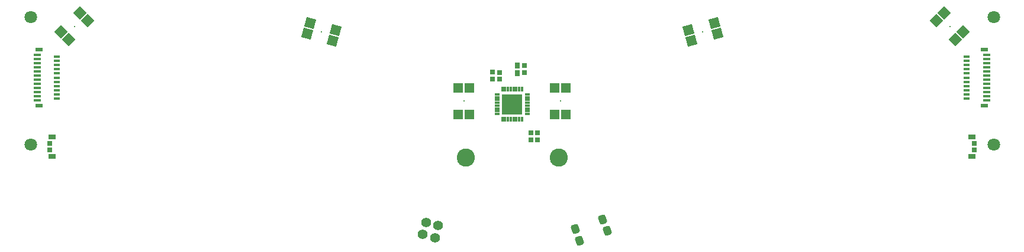
<source format=gbs>
G04*
G04 #@! TF.GenerationSoftware,Altium Limited,Altium Designer,19.1.5 (86)*
G04*
G04 Layer_Color=16711935*
%FSLAX24Y24*%
%MOIN*%
G70*
G01*
G75*
%ADD14C,0.0080*%
%ADD15C,0.0710*%
%ADD16C,0.1025*%
%ADD17C,0.0552*%
G04:AMPARAMS|DCode=18|XSize=51.3mil|YSize=43.4mil|CornerRadius=12.9mil|HoleSize=0mil|Usage=FLASHONLY|Rotation=290.000|XOffset=0mil|YOffset=0mil|HoleType=Round|Shape=RoundedRectangle|*
%AMROUNDEDRECTD18*
21,1,0.0513,0.0177,0,0,290.0*
21,1,0.0256,0.0434,0,0,290.0*
1,1,0.0257,-0.0039,-0.0151*
1,1,0.0257,-0.0127,0.0090*
1,1,0.0257,0.0039,0.0151*
1,1,0.0257,0.0127,-0.0090*
%
%ADD18ROUNDEDRECTD18*%
%ADD45P,0.0781X4X180.0*%
%ADD46P,0.0781X4X240.0*%
%ADD47P,0.0781X4X390.0*%
%ADD48P,0.0781X4X90.0*%
%ADD49R,0.0552X0.0552*%
%ADD50R,0.0395X0.0182*%
%ADD51R,0.0336X0.0182*%
%ADD52R,0.0415X0.0237*%
%ADD53R,0.0434X0.0316*%
%ADD54R,0.0297X0.0316*%
%ADD55R,0.0300X0.0316*%
%ADD56R,0.0316X0.0300*%
%ADD57R,0.0316X0.0375*%
%ADD58R,0.1182X0.1182*%
%ADD59R,0.0159X0.0277*%
%ADD60R,0.0277X0.0159*%
%ADD61C,0.0300*%
D14*
X24650Y1200D02*
D03*
X10741Y885D02*
D03*
X-10741D02*
D03*
X-24650Y1200D02*
D03*
X-2719Y-3031D02*
D03*
X2719D02*
D03*
D15*
X27118Y-5475D02*
D03*
Y1728D02*
D03*
X-27110D02*
D03*
Y-5475D02*
D03*
D16*
X2616Y-6228D02*
D03*
X-2609D02*
D03*
D17*
X-4163Y-10050D02*
D03*
X-4346Y-10733D02*
D03*
X-5029Y-10550D02*
D03*
X-4846Y-9867D02*
D03*
D18*
X5104Y-9700D02*
D03*
X3550Y-10266D02*
D03*
X5346Y-10366D02*
D03*
X3792Y-10931D02*
D03*
D45*
X23898Y1506D02*
D03*
X24344Y1952D02*
D03*
X24956Y448D02*
D03*
X25402Y894D02*
D03*
D46*
X10100Y387D02*
D03*
X9937Y996D02*
D03*
X11545Y774D02*
D03*
X11382Y1383D02*
D03*
D47*
X-9937Y996D02*
D03*
X-10100Y387D02*
D03*
X-11382Y1383D02*
D03*
X-11545Y774D02*
D03*
D48*
X-24344Y1952D02*
D03*
X-23898Y1506D02*
D03*
X-25402Y894D02*
D03*
X-24956Y448D02*
D03*
D49*
X-2404Y-3780D02*
D03*
X-3034D02*
D03*
X-2404Y-2283D02*
D03*
X-3034D02*
D03*
X3034Y-3780D02*
D03*
X2404D02*
D03*
X3034Y-2283D02*
D03*
X2404D02*
D03*
D50*
X26712Y-401D02*
D03*
Y-637D02*
D03*
Y-873D02*
D03*
Y-1109D02*
D03*
Y-1346D02*
D03*
Y-1582D02*
D03*
Y-1818D02*
D03*
Y-2054D02*
D03*
Y-2291D02*
D03*
Y-2527D02*
D03*
Y-2763D02*
D03*
Y-2999D02*
D03*
X-26754D02*
D03*
Y-2763D02*
D03*
Y-2527D02*
D03*
Y-2291D02*
D03*
Y-2054D02*
D03*
Y-1818D02*
D03*
Y-1582D02*
D03*
Y-1346D02*
D03*
Y-1109D02*
D03*
Y-873D02*
D03*
Y-637D02*
D03*
Y-401D02*
D03*
D51*
X25580Y-519D02*
D03*
Y-755D02*
D03*
Y-991D02*
D03*
Y-1228D02*
D03*
Y-1464D02*
D03*
Y-1700D02*
D03*
Y-1936D02*
D03*
Y-2172D02*
D03*
Y-2409D02*
D03*
Y-2645D02*
D03*
Y-2881D02*
D03*
X-25623D02*
D03*
Y-2645D02*
D03*
Y-2409D02*
D03*
Y-2172D02*
D03*
Y-1936D02*
D03*
Y-1700D02*
D03*
Y-1464D02*
D03*
Y-1228D02*
D03*
Y-991D02*
D03*
Y-755D02*
D03*
Y-519D02*
D03*
D52*
X26584Y-125D02*
D03*
Y-3275D02*
D03*
X-26626D02*
D03*
Y-125D02*
D03*
D53*
X25904Y-6151D02*
D03*
Y-5049D02*
D03*
X-25896Y-6151D02*
D03*
Y-5049D02*
D03*
D54*
X26032Y-5777D02*
D03*
Y-5423D02*
D03*
X-26024Y-5777D02*
D03*
Y-5423D02*
D03*
D55*
X1435Y-4800D02*
D03*
X1057D02*
D03*
X1439Y-5200D02*
D03*
X1061D02*
D03*
D56*
X-1100Y-1391D02*
D03*
Y-1769D02*
D03*
X-710Y-1411D02*
D03*
Y-1789D02*
D03*
X680Y-1031D02*
D03*
Y-1409D02*
D03*
D57*
X280Y-1023D02*
D03*
Y-1457D02*
D03*
D58*
X0Y-3200D02*
D03*
D59*
X551Y-2354D02*
D03*
X394D02*
D03*
X236D02*
D03*
X79D02*
D03*
X-79D02*
D03*
X-236D02*
D03*
X-394D02*
D03*
X-551D02*
D03*
Y-4046D02*
D03*
X-394D02*
D03*
X-236D02*
D03*
X-79D02*
D03*
X79D02*
D03*
X236D02*
D03*
X394D02*
D03*
X551D02*
D03*
D60*
X-846Y-2649D02*
D03*
Y-2806D02*
D03*
Y-2964D02*
D03*
Y-3121D02*
D03*
Y-3279D02*
D03*
Y-3436D02*
D03*
Y-3594D02*
D03*
Y-3751D02*
D03*
X846D02*
D03*
Y-3594D02*
D03*
Y-3436D02*
D03*
Y-3279D02*
D03*
Y-3121D02*
D03*
Y-2964D02*
D03*
Y-2806D02*
D03*
Y-2649D02*
D03*
D61*
X320Y-3520D02*
D03*
X-340Y-2860D02*
D03*
Y-3520D02*
D03*
X320Y-2860D02*
D03*
M02*

</source>
